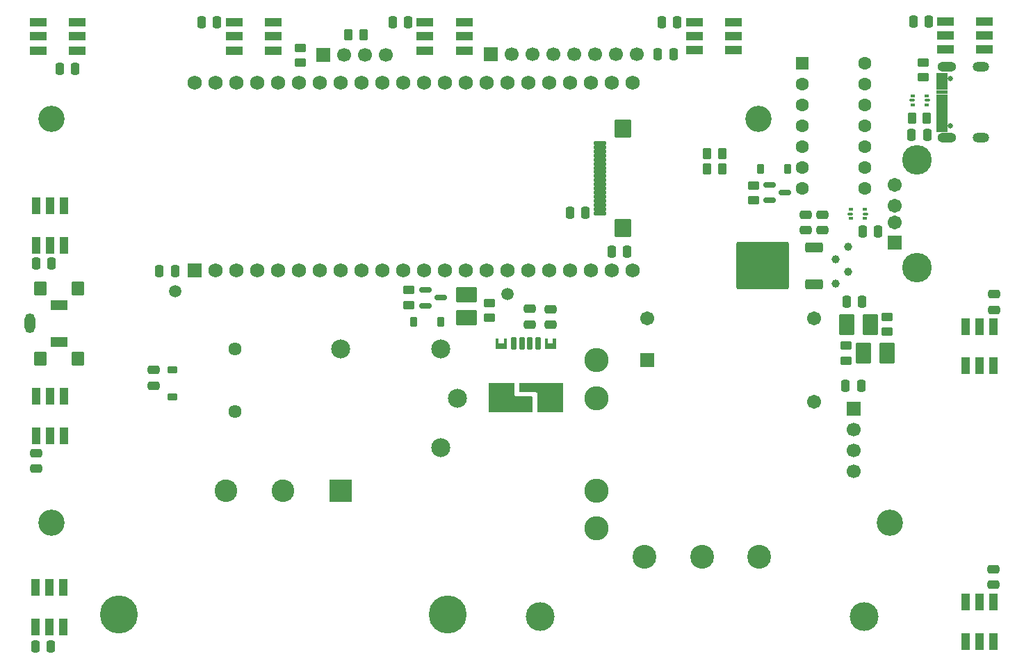
<source format=gbr>
%TF.GenerationSoftware,KiCad,Pcbnew,9.0.1*%
%TF.CreationDate,2025-10-25T19:21:56-04:00*%
%TF.ProjectId,Portal Box 5.1,506f7274-616c-4204-926f-7820352e312e,rev?*%
%TF.SameCoordinates,PX54c81a0PY7eef1e0*%
%TF.FileFunction,Soldermask,Top*%
%TF.FilePolarity,Negative*%
%FSLAX46Y46*%
G04 Gerber Fmt 4.6, Leading zero omitted, Abs format (unit mm)*
G04 Created by KiCad (PCBNEW 9.0.1) date 2025-10-25 19:21:56*
%MOMM*%
%LPD*%
G01*
G04 APERTURE LIST*
G04 Aperture macros list*
%AMRoundRect*
0 Rectangle with rounded corners*
0 $1 Rounding radius*
0 $2 $3 $4 $5 $6 $7 $8 $9 X,Y pos of 4 corners*
0 Add a 4 corners polygon primitive as box body*
4,1,4,$2,$3,$4,$5,$6,$7,$8,$9,$2,$3,0*
0 Add four circle primitives for the rounded corners*
1,1,$1+$1,$2,$3*
1,1,$1+$1,$4,$5*
1,1,$1+$1,$6,$7*
1,1,$1+$1,$8,$9*
0 Add four rect primitives between the rounded corners*
20,1,$1+$1,$2,$3,$4,$5,0*
20,1,$1+$1,$4,$5,$6,$7,0*
20,1,$1+$1,$6,$7,$8,$9,0*
20,1,$1+$1,$8,$9,$2,$3,0*%
G04 Aperture macros list end*
%ADD10C,0.000000*%
%ADD11C,0.010000*%
%ADD12RoundRect,0.250000X0.450000X-0.262500X0.450000X0.262500X-0.450000X0.262500X-0.450000X-0.262500X0*%
%ADD13RoundRect,0.102000X1.200000X-0.800000X1.200000X0.800000X-1.200000X0.800000X-1.200000X-0.800000X0*%
%ADD14C,1.500000*%
%ADD15RoundRect,0.102000X-0.200000X0.650000X-0.200000X-0.650000X0.200000X-0.650000X0.200000X0.650000X0*%
%ADD16R,1.700000X1.700000*%
%ADD17C,1.700000*%
%ADD18RoundRect,0.102000X-1.275000X1.275000X-1.275000X-1.275000X1.275000X-1.275000X1.275000X1.275000X0*%
%ADD19C,2.754000*%
%ADD20C,4.620000*%
%ADD21RoundRect,0.250000X0.850000X0.350000X-0.850000X0.350000X-0.850000X-0.350000X0.850000X-0.350000X0*%
%ADD22RoundRect,0.249997X2.950003X2.650003X-2.950003X2.650003X-2.950003X-2.650003X2.950003X-2.650003X0*%
%ADD23RoundRect,0.250000X-0.250000X-0.475000X0.250000X-0.475000X0.250000X0.475000X-0.250000X0.475000X0*%
%ADD24RoundRect,0.250000X0.250000X0.475000X-0.250000X0.475000X-0.250000X-0.475000X0.250000X-0.475000X0*%
%ADD25R,2.000000X1.100000*%
%ADD26RoundRect,0.225000X-0.375000X0.225000X-0.375000X-0.225000X0.375000X-0.225000X0.375000X0.225000X0*%
%ADD27C,2.949000*%
%ADD28RoundRect,0.225000X-0.225000X-0.375000X0.225000X-0.375000X0.225000X0.375000X-0.225000X0.375000X0*%
%ADD29R,1.100000X2.000000*%
%ADD30RoundRect,0.250000X-0.450000X0.262500X-0.450000X-0.262500X0.450000X-0.262500X0.450000X0.262500X0*%
%ADD31RoundRect,0.102000X0.765000X-0.765000X0.765000X0.765000X-0.765000X0.765000X-0.765000X-0.765000X0*%
%ADD32C,1.734000*%
%ADD33C,3.500000*%
%ADD34C,2.904000*%
%ADD35RoundRect,0.093750X0.156250X0.093750X-0.156250X0.093750X-0.156250X-0.093750X0.156250X-0.093750X0*%
%ADD36RoundRect,0.075000X0.250000X0.075000X-0.250000X0.075000X-0.250000X-0.075000X0.250000X-0.075000X0*%
%ADD37RoundRect,0.150000X-0.587500X-0.150000X0.587500X-0.150000X0.587500X0.150000X-0.587500X0.150000X0*%
%ADD38RoundRect,0.250000X0.475000X-0.250000X0.475000X0.250000X-0.475000X0.250000X-0.475000X-0.250000X0*%
%ADD39C,3.200000*%
%ADD40C,1.612000*%
%ADD41RoundRect,0.250000X-0.262500X-0.450000X0.262500X-0.450000X0.262500X0.450000X-0.262500X0.450000X0*%
%ADD42RoundRect,0.250000X-0.475000X0.250000X-0.475000X-0.250000X0.475000X-0.250000X0.475000X0.250000X0*%
%ADD43RoundRect,0.250000X0.262500X0.450000X-0.262500X0.450000X-0.262500X-0.450000X0.262500X-0.450000X0*%
%ADD44RoundRect,0.093750X-0.156250X-0.093750X0.156250X-0.093750X0.156250X0.093750X-0.156250X0.093750X0*%
%ADD45RoundRect,0.075000X-0.250000X-0.075000X0.250000X-0.075000X0.250000X0.075000X-0.250000X0.075000X0*%
%ADD46RoundRect,0.102000X-0.800000X-1.200000X0.800000X-1.200000X0.800000X1.200000X-0.800000X1.200000X0*%
%ADD47C,0.650000*%
%ADD48O,2.304000X1.204000*%
%ADD49O,2.004000X1.204000*%
%ADD50RoundRect,0.102000X0.754000X-0.754000X0.754000X0.754000X-0.754000X0.754000X-0.754000X-0.754000X0*%
%ADD51C,1.712000*%
%ADD52C,3.600000*%
%ADD53C,2.304000*%
%ADD54RoundRect,0.102000X0.650000X-0.150000X0.650000X0.150000X-0.650000X0.150000X-0.650000X-0.150000X0*%
%ADD55RoundRect,0.102000X0.900000X-1.000000X0.900000X1.000000X-0.900000X1.000000X-0.900000X-1.000000X0*%
%ADD56RoundRect,0.102000X0.800000X1.200000X-0.800000X1.200000X-0.800000X-1.200000X0.800000X-1.200000X0*%
%ADD57C,1.000000*%
%ADD58RoundRect,0.102000X-0.754000X-0.754000X0.754000X-0.754000X0.754000X0.754000X-0.754000X0.754000X0*%
%ADD59RoundRect,0.250000X-0.550000X-0.550000X0.550000X-0.550000X0.550000X0.550000X-0.550000X0.550000X0*%
%ADD60C,1.600000*%
%ADD61RoundRect,0.102000X0.950000X-0.500000X0.950000X0.500000X-0.950000X0.500000X-0.950000X-0.500000X0*%
%ADD62O,1.304000X2.404000*%
%ADD63RoundRect,0.102000X0.650000X-0.750000X0.650000X0.750000X-0.650000X0.750000X-0.650000X-0.750000X0*%
G04 APERTURE END LIST*
D10*
%TO.C,U3*%
G36*
X58400000Y39250750D02*
G01*
X59000000Y39250750D01*
X59000000Y39901750D01*
X59399000Y39901750D01*
X59399000Y38590750D01*
X58001000Y38590750D01*
X58001000Y39901750D01*
X58400000Y39901750D01*
X58400000Y39250750D01*
G37*
G36*
X64400000Y39250750D02*
G01*
X65000000Y39250750D01*
X65000000Y39901750D01*
X65399000Y39901750D01*
X65399000Y38590750D01*
X64001000Y38590750D01*
X64001000Y39901750D01*
X64400000Y39901750D01*
X64400000Y39250750D01*
G37*
G36*
X66250000Y30900750D02*
G01*
X63130000Y30900750D01*
X63130000Y33075750D01*
X63130000Y33088750D01*
X63129000Y33101750D01*
X63127000Y33114750D01*
X63125000Y33127750D01*
X63121000Y33140750D01*
X63118000Y33152750D01*
X63113000Y33165750D01*
X63108000Y33177750D01*
X63103000Y33188750D01*
X63097000Y33200750D01*
X63090000Y33211750D01*
X63082000Y33222750D01*
X63074000Y33232750D01*
X63066000Y33242750D01*
X63057000Y33252750D01*
X63047000Y33261750D01*
X63037000Y33269750D01*
X63027000Y33277750D01*
X63016000Y33285750D01*
X63005000Y33292750D01*
X62993000Y33298750D01*
X62982000Y33303750D01*
X62970000Y33308750D01*
X62957000Y33313750D01*
X62945000Y33316750D01*
X62932000Y33320750D01*
X62919000Y33322750D01*
X62906000Y33324750D01*
X62893000Y33325750D01*
X62880000Y33325750D01*
X61070000Y33325750D01*
X61060000Y33325750D01*
X61049000Y33326750D01*
X61039000Y33327750D01*
X61028000Y33329750D01*
X61018000Y33332750D01*
X61008000Y33335750D01*
X60998000Y33338750D01*
X60989000Y33342750D01*
X60979000Y33347750D01*
X60970000Y33352750D01*
X60961000Y33357750D01*
X60952000Y33363750D01*
X60944000Y33370750D01*
X60936000Y33376750D01*
X60929000Y33384750D01*
X60921000Y33391750D01*
X60915000Y33399750D01*
X60908000Y33407750D01*
X60902000Y33416750D01*
X60897000Y33425750D01*
X60892000Y33434750D01*
X60887000Y33444750D01*
X60883000Y33453750D01*
X60880000Y33463750D01*
X60877000Y33473750D01*
X60874000Y33483750D01*
X60872000Y33494750D01*
X60871000Y33504750D01*
X60870000Y33515750D01*
X60870000Y33525750D01*
X60870000Y34450750D01*
X66250000Y34450750D01*
X66250000Y30900750D01*
G37*
G36*
X60270000Y34450450D02*
G01*
X60270000Y33075750D01*
X60270000Y33062750D01*
X60271000Y33049750D01*
X60273000Y33036750D01*
X60275000Y33023750D01*
X60279000Y33010750D01*
X60282000Y32997750D01*
X60287000Y32985750D01*
X60292000Y32973750D01*
X60297000Y32961750D01*
X60303000Y32950750D01*
X60310000Y32939750D01*
X60318000Y32928750D01*
X60326000Y32917750D01*
X60334000Y32907750D01*
X60343000Y32898750D01*
X60353000Y32889750D01*
X60363000Y32880750D01*
X60373000Y32872750D01*
X60384000Y32865750D01*
X60395000Y32858750D01*
X60407000Y32852750D01*
X60418000Y32846750D01*
X60430000Y32841750D01*
X60443000Y32837750D01*
X60455000Y32833750D01*
X60468000Y32830750D01*
X60481000Y32828750D01*
X60494000Y32826750D01*
X60507000Y32825750D01*
X60520000Y32825750D01*
X62330000Y32825750D01*
X62340000Y32824750D01*
X62351000Y32824750D01*
X62361000Y32822750D01*
X62372000Y32820750D01*
X62382000Y32818750D01*
X62392000Y32815750D01*
X62402000Y32811750D01*
X62411000Y32807750D01*
X62421000Y32803750D01*
X62430000Y32798750D01*
X62439000Y32792750D01*
X62448000Y32787750D01*
X62456000Y32780750D01*
X62464000Y32773750D01*
X62471000Y32766750D01*
X62479000Y32759750D01*
X62485000Y32751750D01*
X62492000Y32742750D01*
X62498000Y32734750D01*
X62503000Y32725750D01*
X62508000Y32715750D01*
X62513000Y32706750D01*
X62517000Y32696750D01*
X62520000Y32687750D01*
X62523000Y32676750D01*
X62526000Y32666750D01*
X62528000Y32656750D01*
X62529000Y32646750D01*
X62530000Y32635750D01*
X62530000Y32625750D01*
X62530000Y30900750D01*
X57150000Y30900750D01*
X57150000Y34450750D01*
X60270000Y34450750D01*
X60270000Y34450450D01*
G37*
D11*
%TO.C,J2*%
X112982500Y71522500D02*
X111732500Y71522500D01*
X111732500Y72222500D01*
X112982500Y72222500D01*
X112982500Y71522500D01*
G36*
X112982500Y71522500D02*
G01*
X111732500Y71522500D01*
X111732500Y72222500D01*
X112982500Y72222500D01*
X112982500Y71522500D01*
G37*
X112982500Y70722500D02*
X111732500Y70722500D01*
X111732500Y71422500D01*
X112982500Y71422500D01*
X112982500Y70722500D01*
G36*
X112982500Y70722500D02*
G01*
X111732500Y70722500D01*
X111732500Y71422500D01*
X112982500Y71422500D01*
X112982500Y70722500D01*
G37*
X112982500Y70222500D02*
X111732500Y70222500D01*
X111732500Y70622500D01*
X112982500Y70622500D01*
X112982500Y70222500D01*
G36*
X112982500Y70222500D02*
G01*
X111732500Y70222500D01*
X111732500Y70622500D01*
X112982500Y70622500D01*
X112982500Y70222500D01*
G37*
X112982500Y69722500D02*
X111732500Y69722500D01*
X111732500Y70122500D01*
X112982500Y70122500D01*
X112982500Y69722500D01*
G36*
X112982500Y69722500D02*
G01*
X111732500Y69722500D01*
X111732500Y70122500D01*
X112982500Y70122500D01*
X112982500Y69722500D01*
G37*
X112982500Y69222500D02*
X111732500Y69222500D01*
X111732500Y69622500D01*
X112982500Y69622500D01*
X112982500Y69222500D01*
G36*
X112982500Y69222500D02*
G01*
X111732500Y69222500D01*
X111732500Y69622500D01*
X112982500Y69622500D01*
X112982500Y69222500D01*
G37*
X112982500Y68722500D02*
X111732500Y68722500D01*
X111732500Y69122500D01*
X112982500Y69122500D01*
X112982500Y68722500D01*
G36*
X112982500Y68722500D02*
G01*
X111732500Y68722500D01*
X111732500Y69122500D01*
X112982500Y69122500D01*
X112982500Y68722500D01*
G37*
X112982500Y68222500D02*
X111732500Y68222500D01*
X111732500Y68622500D01*
X112982500Y68622500D01*
X112982500Y68222500D01*
G36*
X112982500Y68222500D02*
G01*
X111732500Y68222500D01*
X111732500Y68622500D01*
X112982500Y68622500D01*
X112982500Y68222500D01*
G37*
X112982500Y67722500D02*
X111732500Y67722500D01*
X111732500Y68122500D01*
X112982500Y68122500D01*
X112982500Y67722500D01*
G36*
X112982500Y67722500D02*
G01*
X111732500Y67722500D01*
X111732500Y68122500D01*
X112982500Y68122500D01*
X112982500Y67722500D01*
G37*
X112982500Y67222500D02*
X111732500Y67222500D01*
X111732500Y67622500D01*
X112982500Y67622500D01*
X112982500Y67222500D01*
G36*
X112982500Y67222500D02*
G01*
X111732500Y67222500D01*
X111732500Y67622500D01*
X112982500Y67622500D01*
X112982500Y67222500D01*
G37*
X112982500Y66722500D02*
X111732500Y66722500D01*
X111732500Y67122500D01*
X112982500Y67122500D01*
X112982500Y66722500D01*
G36*
X112982500Y66722500D02*
G01*
X111732500Y66722500D01*
X111732500Y67122500D01*
X112982500Y67122500D01*
X112982500Y66722500D01*
G37*
X112982500Y65922500D02*
X111732500Y65922500D01*
X111732500Y66622500D01*
X112982500Y66622500D01*
X112982500Y65922500D01*
G36*
X112982500Y65922500D02*
G01*
X111732500Y65922500D01*
X111732500Y66622500D01*
X112982500Y66622500D01*
X112982500Y65922500D01*
G37*
X112982500Y65122500D02*
X111732500Y65122500D01*
X111732500Y65822500D01*
X112982500Y65822500D01*
X112982500Y65122500D01*
G36*
X112982500Y65122500D02*
G01*
X111732500Y65122500D01*
X111732500Y65822500D01*
X112982500Y65822500D01*
X112982500Y65122500D01*
G37*
%TD*%
D12*
%TO.C,R8*%
X57250000Y44200000D03*
X57250000Y42375000D03*
%TD*%
D13*
%TO.C,D14*%
X54475000Y45225000D03*
X54475000Y42375000D03*
%TD*%
D14*
%TO.C,TP1*%
X59475000Y45250000D03*
%TD*%
D15*
%TO.C,U3*%
X63200000Y39250000D03*
X62200000Y39250000D03*
X61200000Y39250000D03*
X60200000Y39250000D03*
%TD*%
D16*
%TO.C,J5*%
X57410000Y74475000D03*
D17*
X59950000Y74475000D03*
X62490000Y74475000D03*
X65030000Y74475000D03*
X67570000Y74475000D03*
X70110000Y74475000D03*
X72650000Y74475000D03*
X75190000Y74475000D03*
%TD*%
D18*
%TO.C,A2*%
X39150000Y21350000D03*
D19*
X25150000Y21350000D03*
X32150000Y21350000D03*
D20*
X52150000Y6250000D03*
X12150000Y6250000D03*
%TD*%
D21*
%TO.C,U4*%
X96800000Y46440000D03*
D22*
X90500000Y48720000D03*
D21*
X96800000Y51000000D03*
%TD*%
D23*
%TO.C,C15*%
X1970000Y2400000D03*
X3870000Y2400000D03*
%TD*%
D24*
%TO.C,C19*%
X68950000Y55180000D03*
X67050000Y55180000D03*
%TD*%
D25*
%TO.C,D2*%
X30950000Y74957500D03*
X30950000Y76657500D03*
X30950000Y78357500D03*
X26150000Y78357500D03*
X26150000Y76657500D03*
X26150000Y74957500D03*
%TD*%
D26*
%TO.C,D16*%
X18650000Y36075000D03*
X18650000Y32775000D03*
%TD*%
D27*
%TO.C,F1*%
X70300000Y16725000D03*
X70300000Y21350000D03*
X70300000Y32600000D03*
X70300000Y37225000D03*
%TD*%
D23*
%TO.C,C16*%
X17050000Y48100000D03*
X18950000Y48100000D03*
%TD*%
D28*
%TO.C,D6*%
X90250000Y60550000D03*
X93550000Y60550000D03*
%TD*%
D24*
%TO.C,C3*%
X104625000Y52875000D03*
X102725000Y52875000D03*
%TD*%
D29*
%TO.C,D10*%
X5467500Y32811666D03*
X3767500Y32811666D03*
X2067500Y32811666D03*
X2067500Y28011666D03*
X3767500Y28011666D03*
X5467500Y28011666D03*
%TD*%
D23*
%TO.C,C22*%
X77770000Y74460000D03*
X79670000Y74460000D03*
%TD*%
D30*
%TO.C,R2*%
X110100000Y73512500D03*
X110100000Y71687500D03*
%TD*%
D31*
%TO.C,U5*%
X21350000Y48190000D03*
D32*
X23890000Y48190000D03*
X26430000Y48190000D03*
X28970000Y48190000D03*
X31510000Y48190000D03*
X34050000Y48190000D03*
X36590000Y48190000D03*
X39130000Y48190000D03*
X41670000Y48190000D03*
X44210000Y48190000D03*
X46750000Y48190000D03*
X49290000Y48190000D03*
X51830000Y48190000D03*
X54370000Y48190000D03*
X56910000Y48190000D03*
X59450000Y48190000D03*
X61990000Y48190000D03*
X64530000Y48190000D03*
X67070000Y48190000D03*
X69610000Y48190000D03*
X72150000Y48190000D03*
X74690000Y48190000D03*
X21350000Y71050000D03*
X23890000Y71050000D03*
X26430000Y71050000D03*
X28970000Y71050000D03*
X31510000Y71050000D03*
X34050000Y71050000D03*
X36590000Y71050000D03*
X39130000Y71050000D03*
X41670000Y71050000D03*
X44210000Y71050000D03*
X46750000Y71050000D03*
X49290000Y71050000D03*
X51830000Y71050000D03*
X54370000Y71050000D03*
X56910000Y71050000D03*
X59450000Y71050000D03*
X61990000Y71050000D03*
X64530000Y71050000D03*
X67070000Y71050000D03*
X69610000Y71050000D03*
X72150000Y71050000D03*
X74690000Y71050000D03*
%TD*%
D29*
%TO.C,D1*%
X115250000Y2975000D03*
X116950000Y2975000D03*
X118650000Y2975000D03*
X118650000Y7775000D03*
X116950000Y7775000D03*
X115250000Y7775000D03*
%TD*%
D33*
%TO.C,A1*%
X102900000Y6000000D03*
X63400000Y6000000D03*
D34*
X90150000Y13300000D03*
X83150000Y13300000D03*
X76150000Y13300000D03*
%TD*%
D35*
%TO.C,U2*%
X110500000Y68350000D03*
D36*
X110575000Y68887500D03*
D35*
X110500000Y69425000D03*
X108800000Y69425000D03*
D36*
X108725000Y68887500D03*
D35*
X108800000Y68350000D03*
%TD*%
D37*
%TO.C,Q2*%
X91375000Y58600000D03*
X91375000Y56700000D03*
X93250000Y57650000D03*
%TD*%
D16*
%TO.C,J6*%
X101600000Y31350000D03*
D17*
X101600000Y28810000D03*
X101600000Y26270000D03*
X101600000Y23730000D03*
%TD*%
D23*
%TO.C,C9*%
X100620000Y34150000D03*
X102520000Y34150000D03*
%TD*%
D38*
%TO.C,C1*%
X118675000Y9900000D03*
X118675000Y11800000D03*
%TD*%
D24*
%TO.C,C7*%
X110780000Y78470000D03*
X108880000Y78470000D03*
%TD*%
D12*
%TO.C,R3*%
X47450000Y43937500D03*
X47450000Y45762500D03*
%TD*%
D39*
%TO.C,H4*%
X3920000Y17460000D03*
%TD*%
D40*
%TO.C,BZ1*%
X26275000Y38600000D03*
X26275000Y31000000D03*
%TD*%
D41*
%TO.C,R1*%
X108712500Y66675000D03*
X110537500Y66675000D03*
%TD*%
D42*
%TO.C,C23*%
X16325000Y36025000D03*
X16325000Y34125000D03*
%TD*%
D24*
%TO.C,C18*%
X74060000Y50460000D03*
X72160000Y50460000D03*
%TD*%
D38*
%TO.C,C20*%
X95750000Y53050000D03*
X95750000Y54950000D03*
%TD*%
D23*
%TO.C,C8*%
X2050000Y48975000D03*
X3950000Y48975000D03*
%TD*%
D39*
%TO.C,H3*%
X90000000Y66610000D03*
%TD*%
D38*
%TO.C,C5*%
X118725000Y43375000D03*
X118725000Y45275000D03*
%TD*%
D25*
%TO.C,D5*%
X7067500Y74957500D03*
X7067500Y76657500D03*
X7067500Y78357500D03*
X2267500Y78357500D03*
X2267500Y76657500D03*
X2267500Y74957500D03*
%TD*%
D39*
%TO.C,H2*%
X3920000Y66610000D03*
%TD*%
D43*
%TO.C,R11*%
X85612500Y62400000D03*
X83787500Y62400000D03*
%TD*%
D24*
%TO.C,C10*%
X80125000Y78400000D03*
X78225000Y78400000D03*
%TD*%
D44*
%TO.C,U1*%
X101300000Y55587500D03*
D45*
X101225000Y55050000D03*
D44*
X101300000Y54512500D03*
X103000000Y54512500D03*
D45*
X103075000Y55050000D03*
D44*
X103000000Y55587500D03*
%TD*%
D12*
%TO.C,R4*%
X89400000Y56687500D03*
X89400000Y58512500D03*
%TD*%
%TO.C,R5*%
X34210000Y73457500D03*
X34210000Y75282500D03*
%TD*%
D16*
%TO.C,SW2*%
X36980000Y74450000D03*
D17*
X39520000Y74450000D03*
X42060000Y74450000D03*
X44600000Y74450000D03*
%TD*%
D25*
%TO.C,D7*%
X117580000Y75077500D03*
X117580000Y76777500D03*
X117580000Y78477500D03*
X112780000Y78477500D03*
X112780000Y76777500D03*
X112780000Y75077500D03*
%TD*%
D43*
%TO.C,R10*%
X85612500Y60500000D03*
X83787500Y60500000D03*
%TD*%
D46*
%TO.C,D15*%
X102800000Y38075000D03*
X105650000Y38075000D03*
%TD*%
D29*
%TO.C,D12*%
X5342500Y9573333D03*
X3642500Y9573333D03*
X1942500Y9573333D03*
X1942500Y4773333D03*
X3642500Y4773333D03*
X5342500Y4773333D03*
%TD*%
D14*
%TO.C,TP2*%
X19000000Y45600000D03*
%TD*%
D23*
%TO.C,C17*%
X100775000Y44375000D03*
X102675000Y44375000D03*
%TD*%
D47*
%TO.C,J2*%
X113432500Y65782500D03*
X113432500Y71562500D03*
D48*
X112932500Y64352500D03*
D49*
X117112500Y64352500D03*
D48*
X112932500Y72992500D03*
D49*
X117112500Y72992500D03*
%TD*%
D50*
%TO.C,J1*%
X106640000Y51550000D03*
D51*
X106640000Y54050000D03*
X106640000Y56050000D03*
X106640000Y58550000D03*
D52*
X109350000Y48480000D03*
X109350000Y61620000D03*
%TD*%
D38*
%TO.C,C21*%
X97790000Y53045000D03*
X97790000Y54945000D03*
%TD*%
D25*
%TO.C,D11*%
X54200000Y74957500D03*
X54200000Y76657500D03*
X54200000Y78357500D03*
X49400000Y78357500D03*
X49400000Y76657500D03*
X49400000Y74957500D03*
%TD*%
D53*
%TO.C,K1*%
X51350000Y26600000D03*
X51350000Y38600000D03*
X53350000Y32600000D03*
X39150000Y38600000D03*
%TD*%
D54*
%TO.C,J4*%
X70750000Y55150000D03*
X70750000Y55650000D03*
X70750000Y56150000D03*
X70750000Y56650000D03*
X70750000Y57150000D03*
X70750000Y57650000D03*
X70750000Y58150000D03*
X70750000Y58650000D03*
X70750000Y59150000D03*
X70750000Y59650000D03*
X70750000Y60150000D03*
X70750000Y60650000D03*
X70750000Y61150000D03*
X70750000Y61650000D03*
X70750000Y62150000D03*
X70750000Y62650000D03*
X70750000Y63150000D03*
X70750000Y63650000D03*
D55*
X73500000Y53350000D03*
X73500000Y65450000D03*
%TD*%
D56*
%TO.C,D13*%
X103625000Y41560000D03*
X100775000Y41560000D03*
%TD*%
D57*
%TO.C,TP3*%
X99450000Y46525000D03*
X100950000Y48025000D03*
X99450000Y49525000D03*
X100950000Y51025000D03*
%TD*%
D37*
%TO.C,Q1*%
X49475000Y45775000D03*
X49475000Y43875000D03*
X51350000Y44825000D03*
%TD*%
D39*
%TO.C,H1*%
X105990000Y17460000D03*
%TD*%
D24*
%TO.C,C2*%
X24100000Y78350000D03*
X22200000Y78350000D03*
%TD*%
D58*
%TO.C,PS1*%
X76477500Y37230000D03*
D51*
X76477500Y42310000D03*
X96797500Y32150000D03*
X96797500Y42310000D03*
%TD*%
D24*
%TO.C,C4*%
X110575000Y64675000D03*
X108675000Y64675000D03*
%TD*%
D12*
%TO.C,R7*%
X105675000Y40697500D03*
X105675000Y42522500D03*
%TD*%
D28*
%TO.C,D3*%
X48050000Y41900000D03*
X51350000Y41900000D03*
%TD*%
D38*
%TO.C,C13*%
X62200000Y41575000D03*
X62200000Y43475000D03*
%TD*%
D12*
%TO.C,R9*%
X100725000Y37187500D03*
X100725000Y39012500D03*
%TD*%
D59*
%TO.C,J3*%
X95350000Y73400000D03*
D60*
X95350000Y70860000D03*
X95350000Y68320000D03*
X95350000Y65780000D03*
X95350000Y63240000D03*
X95350000Y60700000D03*
X95350000Y58160000D03*
X102970000Y58160000D03*
X102970000Y60700000D03*
X102970000Y63240000D03*
X102970000Y65780000D03*
X102970000Y68320000D03*
X102970000Y70860000D03*
X102970000Y73400000D03*
%TD*%
D24*
%TO.C,C14*%
X47350000Y78350000D03*
X45450000Y78350000D03*
%TD*%
D23*
%TO.C,C6*%
X4925000Y72725000D03*
X6825000Y72725000D03*
%TD*%
D29*
%TO.C,D4*%
X115250000Y36525000D03*
X116950000Y36525000D03*
X118650000Y36525000D03*
X118650000Y41325000D03*
X116950000Y41325000D03*
X115250000Y41325000D03*
%TD*%
D42*
%TO.C,C11*%
X2080000Y25910000D03*
X2080000Y24010000D03*
%TD*%
D25*
%TO.C,D9*%
X87000000Y75007500D03*
X87000000Y76707500D03*
X87000000Y78407500D03*
X82200000Y78407500D03*
X82200000Y76707500D03*
X82200000Y75007500D03*
%TD*%
D61*
%TO.C,SW1*%
X4825000Y43950000D03*
X4825000Y39450000D03*
D62*
X1275000Y41700000D03*
D63*
X2575000Y37400000D03*
X7175000Y37400000D03*
X7175000Y46000000D03*
X2575000Y46000000D03*
%TD*%
D41*
%TO.C,R6*%
X40087500Y76900000D03*
X41912500Y76900000D03*
%TD*%
D29*
%TO.C,D8*%
X5467500Y56050000D03*
X3767500Y56050000D03*
X2067500Y56050000D03*
X2067500Y51250000D03*
X3767500Y51250000D03*
X5467500Y51250000D03*
%TD*%
D38*
%TO.C,C12*%
X64725000Y41525000D03*
X64725000Y43425000D03*
%TD*%
M02*

</source>
